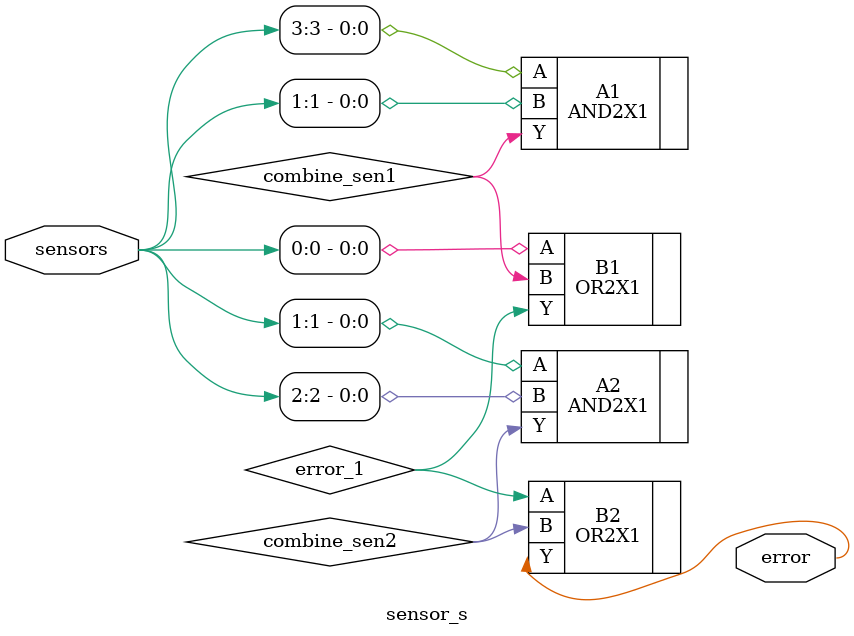
<source format=sv>

module sensor_s
(
  input wire [3:0] sensors,
  output wire error
);
//sensors[3] & [2] - W & X
//sensors[1] - Y
//sensors[0] - Z
wire combine_sen1;
wire combine_sen2;
wire error_1;

AND2X1 A1(.A(sensors[3]), .B(sensors[1]), .Y(combine_sen1));
AND2X1 A2(.A(sensors[1]), .B(sensors[2]), .Y(combine_sen2));
OR2X1 B1(.A(sensors[0]), .B(combine_sen1), .Y(error_1));
OR2X1 B2(.A(error_1), .B(combine_sen2), .Y(error));

endmodule
</source>
